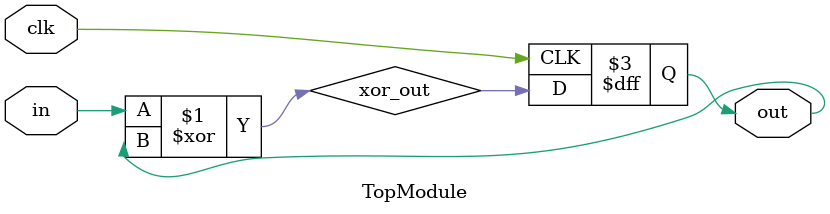
<source format=sv>

module TopModule (
  input clk,
  input in,
  output logic out
);
  logic xor_out;
  
  // Combinational XOR logic
  assign xor_out = in ^ out;
  
  // D flip-flop (positive edge triggered, no reset)
  always_ff @(posedge clk) begin
    out <= xor_out;
  end
endmodule

</source>
